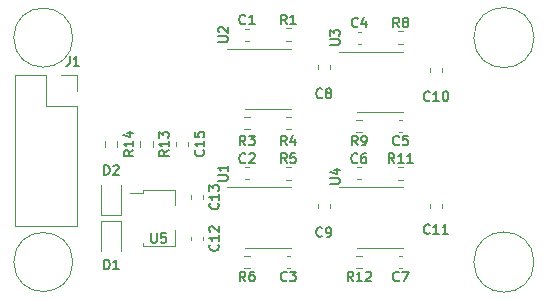
<source format=gbr>
%TF.GenerationSoftware,KiCad,Pcbnew,(5.1.10)-1*%
%TF.CreationDate,2021-07-30T22:48:11+05:30*%
%TF.ProjectId,Logic Board,4c6f6769-6320-4426-9f61-72642e6b6963,rev?*%
%TF.SameCoordinates,Original*%
%TF.FileFunction,Legend,Top*%
%TF.FilePolarity,Positive*%
%FSLAX46Y46*%
G04 Gerber Fmt 4.6, Leading zero omitted, Abs format (unit mm)*
G04 Created by KiCad (PCBNEW (5.1.10)-1) date 2021-07-30 22:48:11*
%MOMM*%
%LPD*%
G01*
G04 APERTURE LIST*
%ADD10C,0.120000*%
%ADD11C,0.152400*%
%ADD12C,0.150000*%
G04 APERTURE END LIST*
D10*
X169549510Y-110000000D02*
G75*
G03*
X169549510Y-110000000I-2549510J0D01*
G01*
X130500000Y-110000000D02*
G75*
G03*
X130500000Y-110000000I-2500000J0D01*
G01*
X130500000Y-91000000D02*
G75*
G03*
X130500000Y-91000000I-2500000J0D01*
G01*
X169549510Y-91000000D02*
G75*
G03*
X169549510Y-91000000I-2549510J0D01*
G01*
%TO.C,U5*%
X136440000Y-108610000D02*
X136440000Y-108380000D01*
X136440000Y-103890000D02*
X136440000Y-104120000D01*
X136440000Y-103890000D02*
X139160000Y-103890000D01*
X139160000Y-103890000D02*
X139160000Y-105200000D01*
X135300000Y-104120000D02*
X136440000Y-104120000D01*
X139160000Y-108610000D02*
X136440000Y-108610000D01*
X139160000Y-107300000D02*
X139160000Y-108610000D01*
%TO.C,R14*%
X134272500Y-100237258D02*
X134272500Y-99762742D01*
X133227500Y-100237258D02*
X133227500Y-99762742D01*
%TO.C,R13*%
X137272500Y-100237258D02*
X137272500Y-99762742D01*
X136227500Y-100237258D02*
X136227500Y-99762742D01*
%TO.C,R12*%
X154512742Y-110522500D02*
X154987258Y-110522500D01*
X154512742Y-109477500D02*
X154987258Y-109477500D01*
%TO.C,R11*%
X158487258Y-101977500D02*
X158012742Y-101977500D01*
X158487258Y-103022500D02*
X158012742Y-103022500D01*
%TO.C,R9*%
X154512742Y-99022500D02*
X154987258Y-99022500D01*
X154512742Y-97977500D02*
X154987258Y-97977500D01*
%TO.C,R8*%
X158487258Y-90477500D02*
X158012742Y-90477500D01*
X158487258Y-91522500D02*
X158012742Y-91522500D01*
%TO.C,R6*%
X145012742Y-110522500D02*
X145487258Y-110522500D01*
X145012742Y-109477500D02*
X145487258Y-109477500D01*
%TO.C,R5*%
X148987258Y-101977500D02*
X148512742Y-101977500D01*
X148987258Y-103022500D02*
X148512742Y-103022500D01*
%TO.C,R4*%
X148512742Y-98772500D02*
X148987258Y-98772500D01*
X148512742Y-97727500D02*
X148987258Y-97727500D01*
%TO.C,R3*%
X145012742Y-98772500D02*
X145487258Y-98772500D01*
X145012742Y-97727500D02*
X145487258Y-97727500D01*
%TO.C,R1*%
X148987258Y-90227500D02*
X148512742Y-90227500D01*
X148987258Y-91272500D02*
X148512742Y-91272500D01*
%TO.C,D2*%
X132900000Y-106000000D02*
X132900000Y-103450000D01*
X134600000Y-106000000D02*
X134600000Y-103450000D01*
X132900000Y-106000000D02*
X134600000Y-106000000D01*
%TO.C,D1*%
X134600000Y-106500000D02*
X134600000Y-109050000D01*
X132900000Y-106500000D02*
X132900000Y-109050000D01*
X134600000Y-106500000D02*
X132900000Y-106500000D01*
%TO.C,C15*%
X140260000Y-100140580D02*
X140260000Y-99859420D01*
X139240000Y-100140580D02*
X139240000Y-99859420D01*
%TO.C,C13*%
X140490000Y-104359420D02*
X140490000Y-104640580D01*
X141510000Y-104359420D02*
X141510000Y-104640580D01*
%TO.C,C12*%
X141510000Y-108140580D02*
X141510000Y-107859420D01*
X140490000Y-108140580D02*
X140490000Y-107859420D01*
%TO.C,C11*%
X160740000Y-105109420D02*
X160740000Y-105390580D01*
X161760000Y-105109420D02*
X161760000Y-105390580D01*
%TO.C,C10*%
X160740000Y-93609420D02*
X160740000Y-93890580D01*
X161760000Y-93609420D02*
X161760000Y-93890580D01*
%TO.C,C9*%
X151240000Y-105109420D02*
X151240000Y-105390580D01*
X152260000Y-105109420D02*
X152260000Y-105390580D01*
%TO.C,C8*%
X151240000Y-93359420D02*
X151240000Y-93640580D01*
X152260000Y-93359420D02*
X152260000Y-93640580D01*
%TO.C,C7*%
X158109420Y-110510000D02*
X158390580Y-110510000D01*
X158109420Y-109490000D02*
X158390580Y-109490000D01*
%TO.C,C6*%
X154865580Y-101990000D02*
X154584420Y-101990000D01*
X154865580Y-103010000D02*
X154584420Y-103010000D01*
%TO.C,C5*%
X158109420Y-99010000D02*
X158390580Y-99010000D01*
X158109420Y-97990000D02*
X158390580Y-97990000D01*
%TO.C,C4*%
X154890580Y-90490000D02*
X154609420Y-90490000D01*
X154890580Y-91510000D02*
X154609420Y-91510000D01*
%TO.C,C3*%
X148609420Y-110510000D02*
X148890580Y-110510000D01*
X148609420Y-109490000D02*
X148890580Y-109490000D01*
%TO.C,C2*%
X145390580Y-101990000D02*
X145109420Y-101990000D01*
X145390580Y-103010000D02*
X145109420Y-103010000D01*
%TO.C,C1*%
X145390580Y-90240000D02*
X145109420Y-90240000D01*
X145390580Y-91260000D02*
X145109420Y-91260000D01*
%TO.C,J1*%
X125630000Y-94170000D02*
X128230000Y-94170000D01*
X125630000Y-94170000D02*
X125630000Y-106990000D01*
X125630000Y-106990000D02*
X130830000Y-106990000D01*
X130830000Y-96770000D02*
X130830000Y-106990000D01*
X128230000Y-96770000D02*
X130830000Y-96770000D01*
X128230000Y-94170000D02*
X128230000Y-96770000D01*
X130830000Y-94170000D02*
X130830000Y-95500000D01*
X129500000Y-94170000D02*
X130830000Y-94170000D01*
%TO.C,U4*%
X156500000Y-108810000D02*
X158450000Y-108810000D01*
X156500000Y-108810000D02*
X154550000Y-108810000D01*
X156500000Y-103690000D02*
X158450000Y-103690000D01*
X156500000Y-103690000D02*
X153050000Y-103690000D01*
%TO.C,U3*%
X156500000Y-97310000D02*
X158450000Y-97310000D01*
X156500000Y-97310000D02*
X154550000Y-97310000D01*
X156500000Y-92190000D02*
X158450000Y-92190000D01*
X156500000Y-92190000D02*
X153050000Y-92190000D01*
%TO.C,U2*%
X147000000Y-97060000D02*
X148950000Y-97060000D01*
X147000000Y-97060000D02*
X145050000Y-97060000D01*
X147000000Y-91940000D02*
X148950000Y-91940000D01*
X147000000Y-91940000D02*
X143550000Y-91940000D01*
%TO.C,U1*%
X147000000Y-108810000D02*
X148950000Y-108810000D01*
X147000000Y-108810000D02*
X145050000Y-108810000D01*
X147000000Y-103690000D02*
X148950000Y-103690000D01*
X147000000Y-103690000D02*
X143550000Y-103690000D01*
%TO.C,U5*%
D11*
X137130723Y-107554895D02*
X137130723Y-108212876D01*
X137169428Y-108290285D01*
X137208133Y-108328990D01*
X137285542Y-108367695D01*
X137440361Y-108367695D01*
X137517771Y-108328990D01*
X137556476Y-108290285D01*
X137595180Y-108212876D01*
X137595180Y-107554895D01*
X138369276Y-107554895D02*
X137982228Y-107554895D01*
X137943523Y-107941942D01*
X137982228Y-107903238D01*
X138059638Y-107864533D01*
X138253161Y-107864533D01*
X138330571Y-107903238D01*
X138369276Y-107941942D01*
X138407980Y-108019352D01*
X138407980Y-108212876D01*
X138369276Y-108290285D01*
X138330571Y-108328990D01*
X138253161Y-108367695D01*
X138059638Y-108367695D01*
X137982228Y-108328990D01*
X137943523Y-108290285D01*
%TO.C,R14*%
X135617695Y-100522514D02*
X135230647Y-100793447D01*
X135617695Y-100986971D02*
X134804895Y-100986971D01*
X134804895Y-100677333D01*
X134843600Y-100599923D01*
X134882304Y-100561219D01*
X134959714Y-100522514D01*
X135075828Y-100522514D01*
X135153238Y-100561219D01*
X135191942Y-100599923D01*
X135230647Y-100677333D01*
X135230647Y-100986971D01*
X135617695Y-99748419D02*
X135617695Y-100212876D01*
X135617695Y-99980647D02*
X134804895Y-99980647D01*
X134921009Y-100058057D01*
X134998419Y-100135466D01*
X135037123Y-100212876D01*
X135075828Y-99051733D02*
X135617695Y-99051733D01*
X134766190Y-99245257D02*
X135346761Y-99438780D01*
X135346761Y-98935619D01*
%TO.C,R13*%
X138617695Y-100522514D02*
X138230647Y-100793447D01*
X138617695Y-100986971D02*
X137804895Y-100986971D01*
X137804895Y-100677333D01*
X137843600Y-100599923D01*
X137882304Y-100561219D01*
X137959714Y-100522514D01*
X138075828Y-100522514D01*
X138153238Y-100561219D01*
X138191942Y-100599923D01*
X138230647Y-100677333D01*
X138230647Y-100986971D01*
X138617695Y-99748419D02*
X138617695Y-100212876D01*
X138617695Y-99980647D02*
X137804895Y-99980647D01*
X137921009Y-100058057D01*
X137998419Y-100135466D01*
X138037123Y-100212876D01*
X137804895Y-99477485D02*
X137804895Y-98974323D01*
X138114533Y-99245257D01*
X138114533Y-99129142D01*
X138153238Y-99051733D01*
X138191942Y-99013028D01*
X138269352Y-98974323D01*
X138462876Y-98974323D01*
X138540285Y-99013028D01*
X138578990Y-99051733D01*
X138617695Y-99129142D01*
X138617695Y-99361371D01*
X138578990Y-99438780D01*
X138540285Y-99477485D01*
%TO.C,R12*%
X154227485Y-111617695D02*
X153956552Y-111230647D01*
X153763028Y-111617695D02*
X153763028Y-110804895D01*
X154072666Y-110804895D01*
X154150076Y-110843600D01*
X154188780Y-110882304D01*
X154227485Y-110959714D01*
X154227485Y-111075828D01*
X154188780Y-111153238D01*
X154150076Y-111191942D01*
X154072666Y-111230647D01*
X153763028Y-111230647D01*
X155001580Y-111617695D02*
X154537123Y-111617695D01*
X154769352Y-111617695D02*
X154769352Y-110804895D01*
X154691942Y-110921009D01*
X154614533Y-110998419D01*
X154537123Y-111037123D01*
X155311219Y-110882304D02*
X155349923Y-110843600D01*
X155427333Y-110804895D01*
X155620857Y-110804895D01*
X155698266Y-110843600D01*
X155736971Y-110882304D01*
X155775676Y-110959714D01*
X155775676Y-111037123D01*
X155736971Y-111153238D01*
X155272514Y-111617695D01*
X155775676Y-111617695D01*
%TO.C,R11*%
X157727485Y-101617695D02*
X157456552Y-101230647D01*
X157263028Y-101617695D02*
X157263028Y-100804895D01*
X157572666Y-100804895D01*
X157650076Y-100843600D01*
X157688780Y-100882304D01*
X157727485Y-100959714D01*
X157727485Y-101075828D01*
X157688780Y-101153238D01*
X157650076Y-101191942D01*
X157572666Y-101230647D01*
X157263028Y-101230647D01*
X158501580Y-101617695D02*
X158037123Y-101617695D01*
X158269352Y-101617695D02*
X158269352Y-100804895D01*
X158191942Y-100921009D01*
X158114533Y-100998419D01*
X158037123Y-101037123D01*
X159275676Y-101617695D02*
X158811219Y-101617695D01*
X159043447Y-101617695D02*
X159043447Y-100804895D01*
X158966038Y-100921009D01*
X158888628Y-100998419D01*
X158811219Y-101037123D01*
%TO.C,R9*%
X154614533Y-100117695D02*
X154343600Y-99730647D01*
X154150076Y-100117695D02*
X154150076Y-99304895D01*
X154459714Y-99304895D01*
X154537123Y-99343600D01*
X154575828Y-99382304D01*
X154614533Y-99459714D01*
X154614533Y-99575828D01*
X154575828Y-99653238D01*
X154537123Y-99691942D01*
X154459714Y-99730647D01*
X154150076Y-99730647D01*
X155001580Y-100117695D02*
X155156400Y-100117695D01*
X155233809Y-100078990D01*
X155272514Y-100040285D01*
X155349923Y-99924171D01*
X155388628Y-99769352D01*
X155388628Y-99459714D01*
X155349923Y-99382304D01*
X155311219Y-99343600D01*
X155233809Y-99304895D01*
X155078990Y-99304895D01*
X155001580Y-99343600D01*
X154962876Y-99382304D01*
X154924171Y-99459714D01*
X154924171Y-99653238D01*
X154962876Y-99730647D01*
X155001580Y-99769352D01*
X155078990Y-99808057D01*
X155233809Y-99808057D01*
X155311219Y-99769352D01*
X155349923Y-99730647D01*
X155388628Y-99653238D01*
%TO.C,R8*%
X158114533Y-90117695D02*
X157843600Y-89730647D01*
X157650076Y-90117695D02*
X157650076Y-89304895D01*
X157959714Y-89304895D01*
X158037123Y-89343600D01*
X158075828Y-89382304D01*
X158114533Y-89459714D01*
X158114533Y-89575828D01*
X158075828Y-89653238D01*
X158037123Y-89691942D01*
X157959714Y-89730647D01*
X157650076Y-89730647D01*
X158578990Y-89653238D02*
X158501580Y-89614533D01*
X158462876Y-89575828D01*
X158424171Y-89498419D01*
X158424171Y-89459714D01*
X158462876Y-89382304D01*
X158501580Y-89343600D01*
X158578990Y-89304895D01*
X158733809Y-89304895D01*
X158811219Y-89343600D01*
X158849923Y-89382304D01*
X158888628Y-89459714D01*
X158888628Y-89498419D01*
X158849923Y-89575828D01*
X158811219Y-89614533D01*
X158733809Y-89653238D01*
X158578990Y-89653238D01*
X158501580Y-89691942D01*
X158462876Y-89730647D01*
X158424171Y-89808057D01*
X158424171Y-89962876D01*
X158462876Y-90040285D01*
X158501580Y-90078990D01*
X158578990Y-90117695D01*
X158733809Y-90117695D01*
X158811219Y-90078990D01*
X158849923Y-90040285D01*
X158888628Y-89962876D01*
X158888628Y-89808057D01*
X158849923Y-89730647D01*
X158811219Y-89691942D01*
X158733809Y-89653238D01*
%TO.C,R6*%
X145114533Y-111617695D02*
X144843600Y-111230647D01*
X144650076Y-111617695D02*
X144650076Y-110804895D01*
X144959714Y-110804895D01*
X145037123Y-110843600D01*
X145075828Y-110882304D01*
X145114533Y-110959714D01*
X145114533Y-111075828D01*
X145075828Y-111153238D01*
X145037123Y-111191942D01*
X144959714Y-111230647D01*
X144650076Y-111230647D01*
X145811219Y-110804895D02*
X145656400Y-110804895D01*
X145578990Y-110843600D01*
X145540285Y-110882304D01*
X145462876Y-110998419D01*
X145424171Y-111153238D01*
X145424171Y-111462876D01*
X145462876Y-111540285D01*
X145501580Y-111578990D01*
X145578990Y-111617695D01*
X145733809Y-111617695D01*
X145811219Y-111578990D01*
X145849923Y-111540285D01*
X145888628Y-111462876D01*
X145888628Y-111269352D01*
X145849923Y-111191942D01*
X145811219Y-111153238D01*
X145733809Y-111114533D01*
X145578990Y-111114533D01*
X145501580Y-111153238D01*
X145462876Y-111191942D01*
X145424171Y-111269352D01*
%TO.C,R5*%
X148614533Y-101617695D02*
X148343600Y-101230647D01*
X148150076Y-101617695D02*
X148150076Y-100804895D01*
X148459714Y-100804895D01*
X148537123Y-100843600D01*
X148575828Y-100882304D01*
X148614533Y-100959714D01*
X148614533Y-101075828D01*
X148575828Y-101153238D01*
X148537123Y-101191942D01*
X148459714Y-101230647D01*
X148150076Y-101230647D01*
X149349923Y-100804895D02*
X148962876Y-100804895D01*
X148924171Y-101191942D01*
X148962876Y-101153238D01*
X149040285Y-101114533D01*
X149233809Y-101114533D01*
X149311219Y-101153238D01*
X149349923Y-101191942D01*
X149388628Y-101269352D01*
X149388628Y-101462876D01*
X149349923Y-101540285D01*
X149311219Y-101578990D01*
X149233809Y-101617695D01*
X149040285Y-101617695D01*
X148962876Y-101578990D01*
X148924171Y-101540285D01*
%TO.C,R4*%
X148614533Y-100117695D02*
X148343600Y-99730647D01*
X148150076Y-100117695D02*
X148150076Y-99304895D01*
X148459714Y-99304895D01*
X148537123Y-99343600D01*
X148575828Y-99382304D01*
X148614533Y-99459714D01*
X148614533Y-99575828D01*
X148575828Y-99653238D01*
X148537123Y-99691942D01*
X148459714Y-99730647D01*
X148150076Y-99730647D01*
X149311219Y-99575828D02*
X149311219Y-100117695D01*
X149117695Y-99266190D02*
X148924171Y-99846761D01*
X149427333Y-99846761D01*
%TO.C,R3*%
X145114533Y-100117695D02*
X144843600Y-99730647D01*
X144650076Y-100117695D02*
X144650076Y-99304895D01*
X144959714Y-99304895D01*
X145037123Y-99343600D01*
X145075828Y-99382304D01*
X145114533Y-99459714D01*
X145114533Y-99575828D01*
X145075828Y-99653238D01*
X145037123Y-99691942D01*
X144959714Y-99730647D01*
X144650076Y-99730647D01*
X145385466Y-99304895D02*
X145888628Y-99304895D01*
X145617695Y-99614533D01*
X145733809Y-99614533D01*
X145811219Y-99653238D01*
X145849923Y-99691942D01*
X145888628Y-99769352D01*
X145888628Y-99962876D01*
X145849923Y-100040285D01*
X145811219Y-100078990D01*
X145733809Y-100117695D01*
X145501580Y-100117695D01*
X145424171Y-100078990D01*
X145385466Y-100040285D01*
%TO.C,R1*%
X148614533Y-89867695D02*
X148343600Y-89480647D01*
X148150076Y-89867695D02*
X148150076Y-89054895D01*
X148459714Y-89054895D01*
X148537123Y-89093600D01*
X148575828Y-89132304D01*
X148614533Y-89209714D01*
X148614533Y-89325828D01*
X148575828Y-89403238D01*
X148537123Y-89441942D01*
X148459714Y-89480647D01*
X148150076Y-89480647D01*
X149388628Y-89867695D02*
X148924171Y-89867695D01*
X149156400Y-89867695D02*
X149156400Y-89054895D01*
X149078990Y-89171009D01*
X149001580Y-89248419D01*
X148924171Y-89287123D01*
%TO.C,D2*%
X133150076Y-102617695D02*
X133150076Y-101804895D01*
X133343600Y-101804895D01*
X133459714Y-101843600D01*
X133537123Y-101921009D01*
X133575828Y-101998419D01*
X133614533Y-102153238D01*
X133614533Y-102269352D01*
X133575828Y-102424171D01*
X133537123Y-102501580D01*
X133459714Y-102578990D01*
X133343600Y-102617695D01*
X133150076Y-102617695D01*
X133924171Y-101882304D02*
X133962876Y-101843600D01*
X134040285Y-101804895D01*
X134233809Y-101804895D01*
X134311219Y-101843600D01*
X134349923Y-101882304D01*
X134388628Y-101959714D01*
X134388628Y-102037123D01*
X134349923Y-102153238D01*
X133885466Y-102617695D01*
X134388628Y-102617695D01*
%TO.C,D1*%
X133150076Y-110617695D02*
X133150076Y-109804895D01*
X133343600Y-109804895D01*
X133459714Y-109843600D01*
X133537123Y-109921009D01*
X133575828Y-109998419D01*
X133614533Y-110153238D01*
X133614533Y-110269352D01*
X133575828Y-110424171D01*
X133537123Y-110501580D01*
X133459714Y-110578990D01*
X133343600Y-110617695D01*
X133150076Y-110617695D01*
X134388628Y-110617695D02*
X133924171Y-110617695D01*
X134156400Y-110617695D02*
X134156400Y-109804895D01*
X134078990Y-109921009D01*
X134001580Y-109998419D01*
X133924171Y-110037123D01*
%TO.C,C15*%
X141540285Y-100522514D02*
X141578990Y-100561219D01*
X141617695Y-100677333D01*
X141617695Y-100754742D01*
X141578990Y-100870857D01*
X141501580Y-100948266D01*
X141424171Y-100986971D01*
X141269352Y-101025676D01*
X141153238Y-101025676D01*
X140998419Y-100986971D01*
X140921009Y-100948266D01*
X140843600Y-100870857D01*
X140804895Y-100754742D01*
X140804895Y-100677333D01*
X140843600Y-100561219D01*
X140882304Y-100522514D01*
X141617695Y-99748419D02*
X141617695Y-100212876D01*
X141617695Y-99980647D02*
X140804895Y-99980647D01*
X140921009Y-100058057D01*
X140998419Y-100135466D01*
X141037123Y-100212876D01*
X140804895Y-99013028D02*
X140804895Y-99400076D01*
X141191942Y-99438780D01*
X141153238Y-99400076D01*
X141114533Y-99322666D01*
X141114533Y-99129142D01*
X141153238Y-99051733D01*
X141191942Y-99013028D01*
X141269352Y-98974323D01*
X141462876Y-98974323D01*
X141540285Y-99013028D01*
X141578990Y-99051733D01*
X141617695Y-99129142D01*
X141617695Y-99322666D01*
X141578990Y-99400076D01*
X141540285Y-99438780D01*
%TO.C,C13*%
X142790285Y-105022514D02*
X142828990Y-105061219D01*
X142867695Y-105177333D01*
X142867695Y-105254742D01*
X142828990Y-105370857D01*
X142751580Y-105448266D01*
X142674171Y-105486971D01*
X142519352Y-105525676D01*
X142403238Y-105525676D01*
X142248419Y-105486971D01*
X142171009Y-105448266D01*
X142093600Y-105370857D01*
X142054895Y-105254742D01*
X142054895Y-105177333D01*
X142093600Y-105061219D01*
X142132304Y-105022514D01*
X142867695Y-104248419D02*
X142867695Y-104712876D01*
X142867695Y-104480647D02*
X142054895Y-104480647D01*
X142171009Y-104558057D01*
X142248419Y-104635466D01*
X142287123Y-104712876D01*
X142054895Y-103977485D02*
X142054895Y-103474323D01*
X142364533Y-103745257D01*
X142364533Y-103629142D01*
X142403238Y-103551733D01*
X142441942Y-103513028D01*
X142519352Y-103474323D01*
X142712876Y-103474323D01*
X142790285Y-103513028D01*
X142828990Y-103551733D01*
X142867695Y-103629142D01*
X142867695Y-103861371D01*
X142828990Y-103938780D01*
X142790285Y-103977485D01*
%TO.C,C12*%
X142790285Y-108522514D02*
X142828990Y-108561219D01*
X142867695Y-108677333D01*
X142867695Y-108754742D01*
X142828990Y-108870857D01*
X142751580Y-108948266D01*
X142674171Y-108986971D01*
X142519352Y-109025676D01*
X142403238Y-109025676D01*
X142248419Y-108986971D01*
X142171009Y-108948266D01*
X142093600Y-108870857D01*
X142054895Y-108754742D01*
X142054895Y-108677333D01*
X142093600Y-108561219D01*
X142132304Y-108522514D01*
X142867695Y-107748419D02*
X142867695Y-108212876D01*
X142867695Y-107980647D02*
X142054895Y-107980647D01*
X142171009Y-108058057D01*
X142248419Y-108135466D01*
X142287123Y-108212876D01*
X142132304Y-107438780D02*
X142093600Y-107400076D01*
X142054895Y-107322666D01*
X142054895Y-107129142D01*
X142093600Y-107051733D01*
X142132304Y-107013028D01*
X142209714Y-106974323D01*
X142287123Y-106974323D01*
X142403238Y-107013028D01*
X142867695Y-107477485D01*
X142867695Y-106974323D01*
%TO.C,C11*%
X160727485Y-107540285D02*
X160688780Y-107578990D01*
X160572666Y-107617695D01*
X160495257Y-107617695D01*
X160379142Y-107578990D01*
X160301733Y-107501580D01*
X160263028Y-107424171D01*
X160224323Y-107269352D01*
X160224323Y-107153238D01*
X160263028Y-106998419D01*
X160301733Y-106921009D01*
X160379142Y-106843600D01*
X160495257Y-106804895D01*
X160572666Y-106804895D01*
X160688780Y-106843600D01*
X160727485Y-106882304D01*
X161501580Y-107617695D02*
X161037123Y-107617695D01*
X161269352Y-107617695D02*
X161269352Y-106804895D01*
X161191942Y-106921009D01*
X161114533Y-106998419D01*
X161037123Y-107037123D01*
X162275676Y-107617695D02*
X161811219Y-107617695D01*
X162043447Y-107617695D02*
X162043447Y-106804895D01*
X161966038Y-106921009D01*
X161888628Y-106998419D01*
X161811219Y-107037123D01*
%TO.C,C10*%
X160727485Y-96290285D02*
X160688780Y-96328990D01*
X160572666Y-96367695D01*
X160495257Y-96367695D01*
X160379142Y-96328990D01*
X160301733Y-96251580D01*
X160263028Y-96174171D01*
X160224323Y-96019352D01*
X160224323Y-95903238D01*
X160263028Y-95748419D01*
X160301733Y-95671009D01*
X160379142Y-95593600D01*
X160495257Y-95554895D01*
X160572666Y-95554895D01*
X160688780Y-95593600D01*
X160727485Y-95632304D01*
X161501580Y-96367695D02*
X161037123Y-96367695D01*
X161269352Y-96367695D02*
X161269352Y-95554895D01*
X161191942Y-95671009D01*
X161114533Y-95748419D01*
X161037123Y-95787123D01*
X162004742Y-95554895D02*
X162082152Y-95554895D01*
X162159561Y-95593600D01*
X162198266Y-95632304D01*
X162236971Y-95709714D01*
X162275676Y-95864533D01*
X162275676Y-96058057D01*
X162236971Y-96212876D01*
X162198266Y-96290285D01*
X162159561Y-96328990D01*
X162082152Y-96367695D01*
X162004742Y-96367695D01*
X161927333Y-96328990D01*
X161888628Y-96290285D01*
X161849923Y-96212876D01*
X161811219Y-96058057D01*
X161811219Y-95864533D01*
X161849923Y-95709714D01*
X161888628Y-95632304D01*
X161927333Y-95593600D01*
X162004742Y-95554895D01*
%TO.C,C9*%
X151614533Y-107790285D02*
X151575828Y-107828990D01*
X151459714Y-107867695D01*
X151382304Y-107867695D01*
X151266190Y-107828990D01*
X151188780Y-107751580D01*
X151150076Y-107674171D01*
X151111371Y-107519352D01*
X151111371Y-107403238D01*
X151150076Y-107248419D01*
X151188780Y-107171009D01*
X151266190Y-107093600D01*
X151382304Y-107054895D01*
X151459714Y-107054895D01*
X151575828Y-107093600D01*
X151614533Y-107132304D01*
X152001580Y-107867695D02*
X152156400Y-107867695D01*
X152233809Y-107828990D01*
X152272514Y-107790285D01*
X152349923Y-107674171D01*
X152388628Y-107519352D01*
X152388628Y-107209714D01*
X152349923Y-107132304D01*
X152311219Y-107093600D01*
X152233809Y-107054895D01*
X152078990Y-107054895D01*
X152001580Y-107093600D01*
X151962876Y-107132304D01*
X151924171Y-107209714D01*
X151924171Y-107403238D01*
X151962876Y-107480647D01*
X152001580Y-107519352D01*
X152078990Y-107558057D01*
X152233809Y-107558057D01*
X152311219Y-107519352D01*
X152349923Y-107480647D01*
X152388628Y-107403238D01*
%TO.C,C8*%
X151614533Y-96040285D02*
X151575828Y-96078990D01*
X151459714Y-96117695D01*
X151382304Y-96117695D01*
X151266190Y-96078990D01*
X151188780Y-96001580D01*
X151150076Y-95924171D01*
X151111371Y-95769352D01*
X151111371Y-95653238D01*
X151150076Y-95498419D01*
X151188780Y-95421009D01*
X151266190Y-95343600D01*
X151382304Y-95304895D01*
X151459714Y-95304895D01*
X151575828Y-95343600D01*
X151614533Y-95382304D01*
X152078990Y-95653238D02*
X152001580Y-95614533D01*
X151962876Y-95575828D01*
X151924171Y-95498419D01*
X151924171Y-95459714D01*
X151962876Y-95382304D01*
X152001580Y-95343600D01*
X152078990Y-95304895D01*
X152233809Y-95304895D01*
X152311219Y-95343600D01*
X152349923Y-95382304D01*
X152388628Y-95459714D01*
X152388628Y-95498419D01*
X152349923Y-95575828D01*
X152311219Y-95614533D01*
X152233809Y-95653238D01*
X152078990Y-95653238D01*
X152001580Y-95691942D01*
X151962876Y-95730647D01*
X151924171Y-95808057D01*
X151924171Y-95962876D01*
X151962876Y-96040285D01*
X152001580Y-96078990D01*
X152078990Y-96117695D01*
X152233809Y-96117695D01*
X152311219Y-96078990D01*
X152349923Y-96040285D01*
X152388628Y-95962876D01*
X152388628Y-95808057D01*
X152349923Y-95730647D01*
X152311219Y-95691942D01*
X152233809Y-95653238D01*
%TO.C,C7*%
D12*
X158114533Y-111540285D02*
X158075828Y-111578990D01*
X157959714Y-111617695D01*
X157882304Y-111617695D01*
X157766190Y-111578990D01*
X157688780Y-111501580D01*
X157650076Y-111424171D01*
X157611371Y-111269352D01*
X157611371Y-111153238D01*
X157650076Y-110998419D01*
X157688780Y-110921009D01*
X157766190Y-110843600D01*
X157882304Y-110804895D01*
X157959714Y-110804895D01*
X158075828Y-110843600D01*
X158114533Y-110882304D01*
X158385466Y-110804895D02*
X158927333Y-110804895D01*
X158578990Y-111617695D01*
%TO.C,C6*%
D11*
X154589533Y-101540285D02*
X154550828Y-101578990D01*
X154434714Y-101617695D01*
X154357304Y-101617695D01*
X154241190Y-101578990D01*
X154163780Y-101501580D01*
X154125076Y-101424171D01*
X154086371Y-101269352D01*
X154086371Y-101153238D01*
X154125076Y-100998419D01*
X154163780Y-100921009D01*
X154241190Y-100843600D01*
X154357304Y-100804895D01*
X154434714Y-100804895D01*
X154550828Y-100843600D01*
X154589533Y-100882304D01*
X155286219Y-100804895D02*
X155131400Y-100804895D01*
X155053990Y-100843600D01*
X155015285Y-100882304D01*
X154937876Y-100998419D01*
X154899171Y-101153238D01*
X154899171Y-101462876D01*
X154937876Y-101540285D01*
X154976580Y-101578990D01*
X155053990Y-101617695D01*
X155208809Y-101617695D01*
X155286219Y-101578990D01*
X155324923Y-101540285D01*
X155363628Y-101462876D01*
X155363628Y-101269352D01*
X155324923Y-101191942D01*
X155286219Y-101153238D01*
X155208809Y-101114533D01*
X155053990Y-101114533D01*
X154976580Y-101153238D01*
X154937876Y-101191942D01*
X154899171Y-101269352D01*
%TO.C,C5*%
X158114533Y-100040285D02*
X158075828Y-100078990D01*
X157959714Y-100117695D01*
X157882304Y-100117695D01*
X157766190Y-100078990D01*
X157688780Y-100001580D01*
X157650076Y-99924171D01*
X157611371Y-99769352D01*
X157611371Y-99653238D01*
X157650076Y-99498419D01*
X157688780Y-99421009D01*
X157766190Y-99343600D01*
X157882304Y-99304895D01*
X157959714Y-99304895D01*
X158075828Y-99343600D01*
X158114533Y-99382304D01*
X158849923Y-99304895D02*
X158462876Y-99304895D01*
X158424171Y-99691942D01*
X158462876Y-99653238D01*
X158540285Y-99614533D01*
X158733809Y-99614533D01*
X158811219Y-99653238D01*
X158849923Y-99691942D01*
X158888628Y-99769352D01*
X158888628Y-99962876D01*
X158849923Y-100040285D01*
X158811219Y-100078990D01*
X158733809Y-100117695D01*
X158540285Y-100117695D01*
X158462876Y-100078990D01*
X158424171Y-100040285D01*
%TO.C,C4*%
X154614533Y-90040285D02*
X154575828Y-90078990D01*
X154459714Y-90117695D01*
X154382304Y-90117695D01*
X154266190Y-90078990D01*
X154188780Y-90001580D01*
X154150076Y-89924171D01*
X154111371Y-89769352D01*
X154111371Y-89653238D01*
X154150076Y-89498419D01*
X154188780Y-89421009D01*
X154266190Y-89343600D01*
X154382304Y-89304895D01*
X154459714Y-89304895D01*
X154575828Y-89343600D01*
X154614533Y-89382304D01*
X155311219Y-89575828D02*
X155311219Y-90117695D01*
X155117695Y-89266190D02*
X154924171Y-89846761D01*
X155427333Y-89846761D01*
%TO.C,C3*%
X148614533Y-111540285D02*
X148575828Y-111578990D01*
X148459714Y-111617695D01*
X148382304Y-111617695D01*
X148266190Y-111578990D01*
X148188780Y-111501580D01*
X148150076Y-111424171D01*
X148111371Y-111269352D01*
X148111371Y-111153238D01*
X148150076Y-110998419D01*
X148188780Y-110921009D01*
X148266190Y-110843600D01*
X148382304Y-110804895D01*
X148459714Y-110804895D01*
X148575828Y-110843600D01*
X148614533Y-110882304D01*
X148885466Y-110804895D02*
X149388628Y-110804895D01*
X149117695Y-111114533D01*
X149233809Y-111114533D01*
X149311219Y-111153238D01*
X149349923Y-111191942D01*
X149388628Y-111269352D01*
X149388628Y-111462876D01*
X149349923Y-111540285D01*
X149311219Y-111578990D01*
X149233809Y-111617695D01*
X149001580Y-111617695D01*
X148924171Y-111578990D01*
X148885466Y-111540285D01*
%TO.C,C2*%
X145114533Y-101540285D02*
X145075828Y-101578990D01*
X144959714Y-101617695D01*
X144882304Y-101617695D01*
X144766190Y-101578990D01*
X144688780Y-101501580D01*
X144650076Y-101424171D01*
X144611371Y-101269352D01*
X144611371Y-101153238D01*
X144650076Y-100998419D01*
X144688780Y-100921009D01*
X144766190Y-100843600D01*
X144882304Y-100804895D01*
X144959714Y-100804895D01*
X145075828Y-100843600D01*
X145114533Y-100882304D01*
X145424171Y-100882304D02*
X145462876Y-100843600D01*
X145540285Y-100804895D01*
X145733809Y-100804895D01*
X145811219Y-100843600D01*
X145849923Y-100882304D01*
X145888628Y-100959714D01*
X145888628Y-101037123D01*
X145849923Y-101153238D01*
X145385466Y-101617695D01*
X145888628Y-101617695D01*
%TO.C,C1*%
X145114533Y-89790285D02*
X145075828Y-89828990D01*
X144959714Y-89867695D01*
X144882304Y-89867695D01*
X144766190Y-89828990D01*
X144688780Y-89751580D01*
X144650076Y-89674171D01*
X144611371Y-89519352D01*
X144611371Y-89403238D01*
X144650076Y-89248419D01*
X144688780Y-89171009D01*
X144766190Y-89093600D01*
X144882304Y-89054895D01*
X144959714Y-89054895D01*
X145075828Y-89093600D01*
X145114533Y-89132304D01*
X145888628Y-89867695D02*
X145424171Y-89867695D01*
X145656400Y-89867695D02*
X145656400Y-89054895D01*
X145578990Y-89171009D01*
X145501580Y-89248419D01*
X145424171Y-89287123D01*
%TO.C,J1*%
X130229066Y-92554895D02*
X130229066Y-93135466D01*
X130190361Y-93251580D01*
X130112952Y-93328990D01*
X129996838Y-93367695D01*
X129919428Y-93367695D01*
X131041866Y-93367695D02*
X130577409Y-93367695D01*
X130809638Y-93367695D02*
X130809638Y-92554895D01*
X130732228Y-92671009D01*
X130654819Y-92748419D01*
X130577409Y-92787123D01*
%TO.C,U4*%
X152304895Y-103369276D02*
X152962876Y-103369276D01*
X153040285Y-103330571D01*
X153078990Y-103291866D01*
X153117695Y-103214457D01*
X153117695Y-103059638D01*
X153078990Y-102982228D01*
X153040285Y-102943523D01*
X152962876Y-102904819D01*
X152304895Y-102904819D01*
X152575828Y-102169428D02*
X153117695Y-102169428D01*
X152266190Y-102362952D02*
X152846761Y-102556476D01*
X152846761Y-102053314D01*
%TO.C,U3*%
X152304895Y-91619276D02*
X152962876Y-91619276D01*
X153040285Y-91580571D01*
X153078990Y-91541866D01*
X153117695Y-91464457D01*
X153117695Y-91309638D01*
X153078990Y-91232228D01*
X153040285Y-91193523D01*
X152962876Y-91154819D01*
X152304895Y-91154819D01*
X152304895Y-90845180D02*
X152304895Y-90342019D01*
X152614533Y-90612952D01*
X152614533Y-90496838D01*
X152653238Y-90419428D01*
X152691942Y-90380723D01*
X152769352Y-90342019D01*
X152962876Y-90342019D01*
X153040285Y-90380723D01*
X153078990Y-90419428D01*
X153117695Y-90496838D01*
X153117695Y-90729066D01*
X153078990Y-90806476D01*
X153040285Y-90845180D01*
%TO.C,U2*%
X142804895Y-91369276D02*
X143462876Y-91369276D01*
X143540285Y-91330571D01*
X143578990Y-91291866D01*
X143617695Y-91214457D01*
X143617695Y-91059638D01*
X143578990Y-90982228D01*
X143540285Y-90943523D01*
X143462876Y-90904819D01*
X142804895Y-90904819D01*
X142882304Y-90556476D02*
X142843600Y-90517771D01*
X142804895Y-90440361D01*
X142804895Y-90246838D01*
X142843600Y-90169428D01*
X142882304Y-90130723D01*
X142959714Y-90092019D01*
X143037123Y-90092019D01*
X143153238Y-90130723D01*
X143617695Y-90595180D01*
X143617695Y-90092019D01*
%TO.C,U1*%
X142804895Y-103119276D02*
X143462876Y-103119276D01*
X143540285Y-103080571D01*
X143578990Y-103041866D01*
X143617695Y-102964457D01*
X143617695Y-102809638D01*
X143578990Y-102732228D01*
X143540285Y-102693523D01*
X143462876Y-102654819D01*
X142804895Y-102654819D01*
X143617695Y-101842019D02*
X143617695Y-102306476D01*
X143617695Y-102074247D02*
X142804895Y-102074247D01*
X142921009Y-102151657D01*
X142998419Y-102229066D01*
X143037123Y-102306476D01*
%TD*%
M02*

</source>
